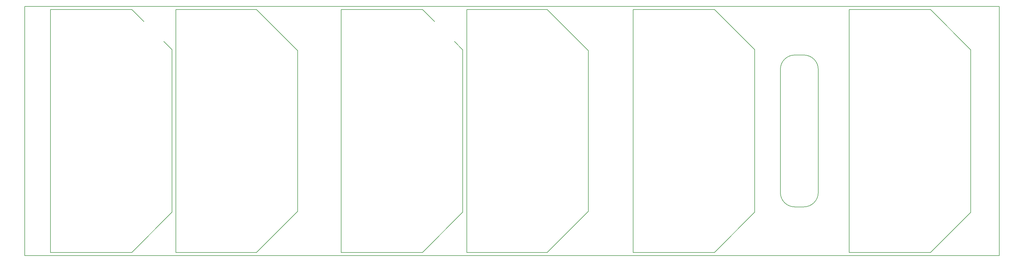
<source format=gto>
G04*
G04 #@! TF.GenerationSoftware,Altium Limited,Altium Designer,18.1.11 (251)*
G04*
G04 Layer_Color=65535*
%FSLAX44Y44*%
%MOMM*%
G71*
G01*
G75*
%ADD10C,0.2000*%
D10*
X2911000Y209750D02*
Y1009750D01*
Y209750D02*
X3175500D01*
X3178500Y1009750D02*
X3311000Y877250D01*
X2911000Y1009750D02*
X3178500D01*
X3311000Y342250D02*
Y877250D01*
X3178500Y209750D02*
X3311000Y342250D01*
X2911000Y209750D02*
X3178500D01*
X1508000Y1009806D02*
X1548000Y969806D01*
X1613000Y904806D02*
X1640500Y877306D01*
X1653500Y209806D02*
Y1009806D01*
X1240500Y209806D02*
Y1009806D01*
X1918000Y209806D02*
X2053500Y345306D01*
X1653500Y209806D02*
X1918000D01*
X2053500Y345306D02*
Y874305D01*
X1918000Y1009806D02*
X2053500Y874305D01*
X1653500Y1009806D02*
X1918000D01*
X1240500D02*
X1508000D01*
X1640500Y342305D02*
Y877306D01*
X1508000Y209806D02*
X1640500Y342305D01*
X1240500Y209806D02*
X1508000D01*
X552000Y1010000D02*
X592000Y970000D01*
X657000Y905000D02*
X684500Y877500D01*
X697500Y210000D02*
Y1010000D01*
X284500Y210000D02*
Y1010000D01*
X962000Y210000D02*
X1097500Y345500D01*
X697500Y210000D02*
X962000D01*
X1097500Y345500D02*
Y874500D01*
X962000Y1010000D02*
X1097500Y874500D01*
X697500Y1010000D02*
X962000D01*
X284500D02*
X552000D01*
X684500Y342500D02*
Y877500D01*
X552000Y210000D02*
X684500Y342500D01*
X284500Y210000D02*
X552000D01*
X2200500D02*
Y1010000D01*
Y210000D02*
X2465000D01*
X2468000Y1010000D02*
X2600500Y877500D01*
X2200500Y1010000D02*
X2468000D01*
X2600500Y342500D02*
Y877500D01*
X2468000Y210000D02*
X2600500Y342500D01*
X2200500Y210000D02*
X2468000D01*
X2684900Y407100D02*
G03*
X2732000Y360000I47099J-1D01*
G01*
X2732000Y860000D02*
G03*
X2684900Y812900I-1J-47098D01*
G01*
X2809500Y812501D02*
G03*
X2762000Y860000I-47593J-94D01*
G01*
X2762000Y360000D02*
G03*
X2809500Y407500I0J47500D01*
G01*
X2732000Y360000D02*
X2762000Y360000D01*
X2684900Y812900D02*
X2684900Y407100D01*
X2732000Y860000D02*
X2762000Y860000D01*
X2809500Y812501D02*
X2809500Y407500D01*
X200000Y200000D02*
Y1020000D01*
X3405000D01*
Y200000D02*
Y1020000D01*
X200000Y200000D02*
X3405000D01*
M02*

</source>
